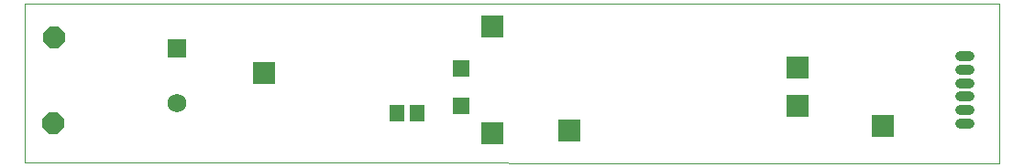
<source format=gts>
G75*
G70*
%OFA0B0*%
%FSLAX24Y24*%
%IPPOS*%
%LPD*%
%AMOC8*
5,1,8,0,0,1.08239X$1,22.5*
%
%ADD10C,0.0000*%
%ADD11C,0.0357*%
%ADD12R,0.0631X0.0631*%
%ADD13R,0.0552X0.0631*%
%ADD14C,0.0690*%
%ADD15R,0.0690X0.0690*%
%ADD16OC8,0.0800*%
%ADD17R,0.0808X0.0808*%
D10*
X000254Y000496D02*
X000254Y006301D01*
X035707Y006286D01*
X035707Y000480D01*
X000254Y000496D01*
D11*
X034277Y001937D02*
X034594Y001937D01*
X034594Y002429D02*
X034277Y002429D01*
X034277Y002921D02*
X034594Y002921D01*
X034594Y003413D02*
X034277Y003413D01*
X034277Y003906D02*
X034594Y003906D01*
X034594Y004398D02*
X034277Y004398D01*
D12*
X016123Y003930D03*
X016123Y002552D03*
D13*
X014548Y002290D03*
X013800Y002290D03*
D14*
X005786Y002680D03*
D15*
X005786Y004680D03*
D16*
X001325Y005075D03*
X001293Y001932D03*
D17*
X008974Y003780D03*
X017274Y005480D03*
X028374Y003980D03*
X028374Y002580D03*
X031474Y001830D03*
X020074Y001680D03*
X017274Y001580D03*
M02*

</source>
